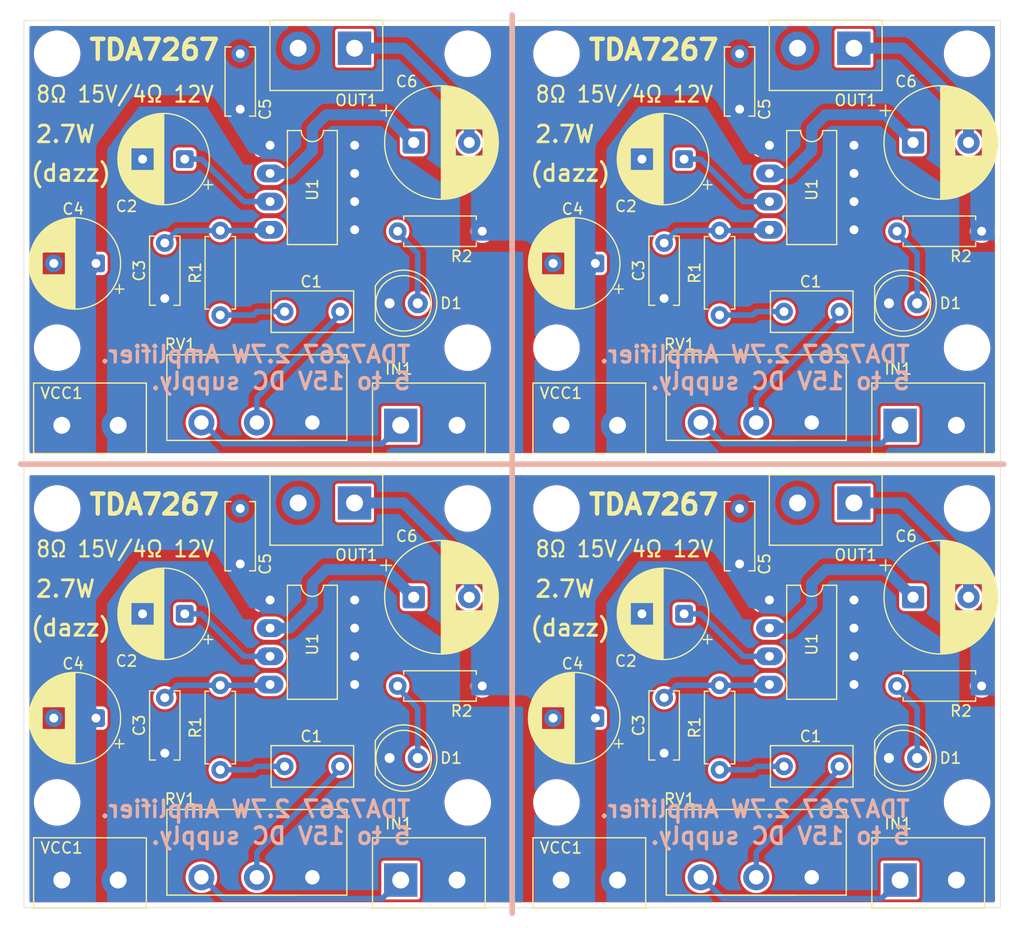
<source format=kicad_pcb>
(kicad_pcb (version 20241229) (generator "pcbnew") (generator_version "9.0")
  (layers (0 "F.Cu" signal) (2 "B.Cu" signal) (13 "F.Paste" user) (15 "B.Paste" user) (5 "F.SilkS" user "F.Silkscreen") (7 "B.SilkS" user "B.Silkscreen") (1 "F.Mask" user) (3 "B.Mask" user) (25 "Edge.Cuts" user))
  (net 0 "")
  (net 1 "Net-(C1-Pad2)")
  (net 2 "Net-(C1-Pad1)")
  (net 3 "GND")
  (net 4 "Net-(U1-SRV)")
  (net 5 "Net-(U1-In)")
  (net 6 "Net-(U1-Out)")
  (net 7 "Net-(OUT1-Pin_1)")
  (net 8 "Net-(D1-A)")
  (net 9 "Net-(IN1-Pin_1)")
  (net 10 "/VCC")
  (footprint "Capacitor_THT:CP_Radial_D8.0mm_P3.80mm" (layer "F.Cu") (at 151.761 109.529 180)
    (property "Reference" "C4" (at 2.05 4.9 0) (layer "F.SilkS"))
    (property "Value" "100uF")
    (pad "1" thru_hole roundrect (at 0 0 180) (size 1.6 1.6) (drill 0.8) (layers "*.Cu" "*.Mask") (roundrect_rratio 0.15625) (net 10 "/VCC"))
    (pad "2" thru_hole circle (at 3.8 0 180) (size 1.6 1.6) (drill 0.8) (layers "*.Cu" "*.Mask") (net 3 "GND"))
  )
  (footprint "MountingHole:MountingHole_2.2mm_M2" (layer "F.Cu") (at 148.261 90.629)
    (property "Reference" "H1" (hide yes))
    (property "Value" "MountingHole")
    (pad "" np_thru_hole circle (at 0 0) (size 2.2 2.2) (drill 2.2) (layers "*.Cu" "*.Mask") (clearance 1))
  )
  (footprint "Capacitor_THT:CP_Radial_D8.0mm_P3.80mm" (layer "F.Cu") (at 114.761 100.129 180)
    (property "Reference" "C2" (at 5.25 -4.25 0) (layer "F.SilkS"))
    (property "Value" "47uF")
    (pad "1" thru_hole roundrect (at 0 0 180) (size 1.6 1.6) (drill 0.8) (layers "*.Cu" "*.Mask") (roundrect_rratio 0.15625) (net 4 "Net-(U1-SRV)"))
    (pad "2" thru_hole circle (at 3.8 0 180) (size 1.6 1.6) (drill 0.8) (layers "*.Cu" "*.Mask") (net 3 "GND"))
  )
  (footprint "TerminalBlock:TerminalBlock_bornier-2_P5.08mm" (layer "F.Cu") (at 148.681 83.129)
    (property "Reference" "VCC1" (at -0.02 -2.9 0) (layer "F.SilkS"))
    (property "Value" "Conn_01x02_Pin")
    (pad "1" thru_hole rect (at 0 0) (size 3 3) (drill 1.52) (layers "*.Cu" "*.Mask") (net 10 "/VCC"))
    (pad "2" thru_hole circle (at 5.08 0) (size 3 3) (drill 1.52) (layers "*.Cu" "*.Mask") (net 3 "GND"))
  )
  (footprint "MountingHole:MountingHole_2.2mm_M2" (layer "F.Cu") (at 185.261 49.629)
    (property "Reference" "H2" (hide yes))
    (property "Value" "MountingHole")
    (pad "" np_thru_hole circle (at 0 0) (size 2.2 2.2) (drill 2.2) (layers "*.Cu" "*.Mask") (clearance 1))
  )
  (footprint "TerminalBlock:TerminalBlock_bornier-2_P5.08mm" (layer "F.Cu") (at 103.681 83.129)
    (property "Reference" "VCC1" (at -0.02 -2.9 0) (layer "F.SilkS"))
    (property "Value" "Conn_01x02_Pin")
    (pad "1" thru_hole rect (at 0 0) (size 3 3) (drill 1.52) (layers "*.Cu" "*.Mask") (net 10 "/VCC"))
    (pad "2" thru_hole circle (at 5.08 0) (size 3 3) (drill 1.52) (layers "*.Cu" "*.Mask") (net 3 "GND"))
  )
  (footprint "MountingHole:MountingHole_2.2mm_M2" (layer "F.Cu") (at 140.261 76.129)
    (property "Reference" "H4" (hide yes))
    (property "Value" "MountingHole")
    (pad "" np_thru_hole circle (at 0 0) (size 2.2 2.2) (drill 2.2) (layers "*.Cu" "*.Mask") (clearance 1))
  )
  (footprint "TerminalBlock:TerminalBlock_bornier-2_P5.08mm" (layer "F.Cu") (at 134.221 124.129)
    (property "Reference" "IN1" (at -0.17 -5.08 0) (layer "F.SilkS"))
    (property "Value" "Conn_01x02_Pin")
    (pad "1" thru_hole rect (at 0 0) (size 3 3) (drill 1.52) (layers "*.Cu" "*.Mask") (net 9 "Net-(IN1-Pin_1)"))
    (pad "2" thru_hole circle (at 5.08 0) (size 3 3) (drill 1.52) (layers "*.Cu" "*.Mask") (net 3 "GND"))
  )
  (footprint "TerminalBlock:TerminalBlock_bornier-2_P5.08mm" (layer "F.Cu") (at 148.681 124.129)
    (property "Reference" "VCC1" (at -0.02 -2.9 0) (layer "F.SilkS"))
    (property "Value" "Conn_01x02_Pin")
    (pad "1" thru_hole rect (at 0 0) (size 3 3) (drill 1.52) (layers "*.Cu" "*.Mask") (net 10 "/VCC"))
    (pad "2" thru_hole circle (at 5.08 0) (size 3 3) (drill 1.52) (layers "*.Cu" "*.Mask") (net 3 "GND"))
  )
  (footprint "MountingHole:MountingHole_2.2mm_M2" (layer "F.Cu") (at 103.261 76.129)
    (property "Reference" "H3" (hide yes))
    (property "Value" "MountingHole")
    (pad "" np_thru_hole circle (at 0 0) (size 2.2 2.2) (drill 2.2) (layers "*.Cu" "*.Mask") (clearance 1))
  )
  (footprint "MountingHole:MountingHole_2.2mm_M2" (layer "F.Cu") (at 148.261 117.129)
    (property "Reference" "H3" (hide yes))
    (property "Value" "MountingHole")
    (pad "" np_thru_hole circle (at 0 0) (size 2.2 2.2) (drill 2.2) (layers "*.Cu" "*.Mask") (clearance 1))
  )
  (footprint "Capacitor_THT:C_Disc_D6.0mm_W2.5mm_P5.00mm" (layer "F.Cu") (at 164.761 90.629 -90)
    (property "Reference" "C5" (at 5 -2.25 270) (layer "F.SilkS"))
    (property "Value" "100nF")
    (pad "1" thru_hole circle (at 0 0 270) (size 1.6 1.6) (drill 0.8) (layers "*.Cu" "*.Mask") (net 3 "GND"))
    (pad "2" thru_hole circle (at 5 0 270) (size 1.6 1.6) (drill 0.8) (layers "*.Cu" "*.Mask") (net 10 "/VCC"))
  )
  (footprint "MountingHole:MountingHole_2.2mm_M2" (layer "F.Cu") (at 140.261 49.629)
    (property "Reference" "H2" (hide yes))
    (property "Value" "MountingHole")
    (pad "" np_thru_hole circle (at 0 0) (size 2.2 2.2) (drill 2.2) (layers "*.Cu" "*.Mask") (clearance 1))
  )
  (footprint "Capacitor_THT:C_Disc_D6.0mm_W2.5mm_P5.00mm" (layer "F.Cu") (at 119.761 90.629 -90)
    (property "Reference" "C5" (at 5 -2.25 270) (layer "F.SilkS"))
    (property "Value" "100nF")
    (pad "1" thru_hole circle (at 0 0 270) (size 1.6 1.6) (drill 0.8) (layers "*.Cu" "*.Mask") (net 3 "GND"))
    (pad "2" thru_hole circle (at 5 0 270) (size 1.6 1.6) (drill 0.8) (layers "*.Cu" "*.Mask") (net 10 "/VCC"))
  )
  (footprint "TerminalBlock:TerminalBlock_bornier-2_P5.08mm" (layer "F.Cu") (at 130.061 90.129 180)
    (property "Reference" "OUT1" (at -0.16 -4.7 0) (layer "F.SilkS"))
    (property "Value" "Conn_01x02_Pin")
    (pad "1" thru_hole rect (at 0 0 180) (size 3 3) (drill 1.52) (layers "*.Cu" "*.Mask") (net 7 "Net-(OUT1-Pin_1)"))
    (pad "2" thru_hole circle (at 5.08 0 180) (size 3 3) (drill 1.52) (layers "*.Cu" "*.Mask") (net 3 "GND"))
  )
  (footprint "Resistor_THT:R_Axial_DIN0207_L6.3mm_D2.5mm_P7.62mm_Horizontal" (layer "F.Cu") (at 117.961 73.189 90)
    (property "Reference" "R1" (at 3.81 -2.25 90) (layer "F.SilkS"))
    (property "Value" "1K")
    (pad "1" thru_hole circle (at 0 0 90) (size 1.6 1.6) (drill 0.8) (layers "*.Cu" "*.Mask") (net 1 "Net-(C1-Pad2)"))
    (pad "2" thru_hole circle (at 7.62 0 90) (size 1.6 1.6) (drill 0.8) (layers "*.Cu" "*.Mask") (net 5 "Net-(U1-In)"))
  )
  (footprint "MountingHole:MountingHole_2.2mm_M2" (layer "F.Cu") (at 185.261 117.129)
    (property "Reference" "H4" (hide yes))
    (property "Value" "MountingHole")
    (pad "" np_thru_hole circle (at 0 0) (size 2.2 2.2) (drill 2.2) (layers "*.Cu" "*.Mask") (clearance 1))
  )
  (footprint "TerminalBlock:TerminalBlock_bornier-2_P5.08mm" (layer "F.Cu") (at 179.221 83.129)
    (property "Reference" "IN1" (at -0.17 -5.08 0) (layer "F.SilkS"))
    (property "Value" "Conn_01x02_Pin")
    (pad "1" thru_hole rect (at 0 0) (size 3 3) (drill 1.52) (layers "*.Cu" "*.Mask") (net 9 "Net-(IN1-Pin_1)"))
    (pad "2" thru_hole circle (at 5.08 0) (size 3 3) (drill 1.52) (layers "*.Cu" "*.Mask") (net 3 "GND"))
  )
  (footprint "Potentiometer_THT:Potentiometer_Piher_T-16H_Single_Horizontal" (layer "F.Cu") (at 116.261 82.879 -90)
    (property "Reference" "RV1" (at -7.05 1.9 0) (layer "F.SilkS"))
    (property "Value" "A10K")
    (pad "1" thru_hole circle (at 0 0 270) (size 2.34 2.34) (drill 1.3) (layers "*.Cu" "*.Mask") (net 9 "Net-(IN1-Pin_1)"))
    (pad "2" thru_hole circle (at 0 -5 270) (size 2.34 2.34) (drill 1.3) (layers "*.Cu" "*.Mask") (net 2 "Net-(C1-Pad1)"))
    (pad "3" thru_hole circle (at 0 -10 270) (size 2.34 2.34) (drill 1.3) (layers "*.Cu" "*.Mask") (net 3 "GND"))
  )
  (footprint "Potentiometer_THT:Potentiometer_Piher_T-16H_Single_Horizontal" (layer "F.Cu") (at 161.261 123.879 -90)
    (property "Reference" "RV1" (at -7.05 1.9 0) (layer "F.SilkS"))
    (property "Value" "A10K")
    (pad "1" thru_hole circle (at 0 0 270) (size 2.34 2.34) (drill 1.3) (layers "*.Cu" "*.Mask") (net 9 "Net-(IN1-Pin_1)"))
    (pad "2" thru_hole circle (at 0 -5 270) (size 2.34 2.34) (drill 1.3) (layers "*.Cu" "*.Mask") (net 2 "Net-(C1-Pad1)"))
    (pad "3" thru_hole circle (at 0 -10 270) (size 2.34 2.34) (drill 1.3) (layers "*.Cu" "*.Mask") (net 3 "GND"))
  )
  (footprint "Resistor_THT:R_Axial_DIN0207_L6.3mm_D2.5mm_P7.62mm_Horizontal" (layer "F.Cu") (at 162.961 73.189 90)
    (property "Reference" "R1" (at 3.81 -2.25 90) (layer "F.SilkS"))
    (property "Value" "1K")
    (pad "1" thru_hole circle (at 0 0 90) (size 1.6 1.6) (drill 0.8) (layers "*.Cu" "*.Mask") (net 1 "Net-(C1-Pad2)"))
    (pad "2" thru_hole circle (at 7.62 0 90) (size 1.6 1.6) (drill 0.8) (layers "*.Cu" "*.Mask") (net 5 "Net-(U1-In)"))
  )
  (footprint "Capacitor_THT:C_Rect_L7.2mm_W3.5mm_P5.00mm_FKS2_FKP2_MKS2_MKP2" (layer "F.Cu") (at 128.761 72.879 180)
    (property "Reference" "C1" (at 2.6 2.7 180) (layer "F.SilkS"))
    (property "Value" "1uF")
    (pad "1" thru_hole circle (at 0 0 180) (size 1.6 1.6) (drill 0.8) (layers "*.Cu" "*.Mask") (net 2 "Net-(C1-Pad1)"))
    (pad "2" thru_hole circle (at 5 0 180) (size 1.6 1.6) (drill 0.8) (layers "*.Cu" "*.Mask") (net 1 "Net-(C1-Pad2)"))
  )
  (footprint "TerminalBlock:TerminalBlock_bornier-2_P5.08mm" (layer "F.Cu") (at 175.061 49.129 180)
    (property "Reference" "OUT1" (at -0.16 -4.7 0) (layer "F.SilkS"))
    (property "Value" "Conn_01x02_Pin")
    (pad "1" thru_hole rect (at 0 0 180) (size 3 3) (drill 1.52) (layers "*.Cu" "*.Mask") (net 7 "Net-(OUT1-Pin_1)"))
    (pad "2" thru_hole circle (at 5.08 0 180) (size 3 3) (drill 1.52) (layers "*.Cu" "*.Mask") (net 3 "GND"))
  )
  (footprint "Capacitor_THT:C_Disc_D6.0mm_W2.5mm_P5.00mm" (layer "F.Cu") (at 164.761 49.629 -90)
    (property "Reference" "C5" (at 5 -2.25 270) (layer "F.SilkS"))
    (property "Value" "100nF")
    (pad "1" thru_hole circle (at 0 0 270) (size 1.6 1.6) (drill 0.8) (layers "*.Cu" "*.Mask") (net 3 "GND"))
    (pad "2" thru_hole circle (at 5 0 270) (size 1.6 1.6) (drill 0.8) (layers "*.Cu" "*.Mask") (net 10 "/VCC"))
  )
  (footprint "Capacitor_THT:CP_Radial_D8.0mm_P3.80mm" (layer "F.Cu") (at 159.761 100.129 180)
    (property "Reference" "C2" (at 5.25 -4.25 0) (layer "F.SilkS"))
    (property "Value" "47uF")
    (pad "1" thru_hole roundrect (at 0 0 180) (size 1.6 1.6) (drill 0.8) (layers "*.Cu" "*.Mask") (roundrect_rratio 0.15625) (net 4 "Net-(U1-SRV)"))
    (pad "2" thru_hole circle (at 3.8 0 180) (size 1.6 1.6) (drill 0.8) (layers "*.Cu" "*.Mask") (net 3 "GND"))
  )
  (footprint "MountingHole:MountingHole_2.2mm_M2" (layer "F.Cu") (at 148.261 49.629)
    (property "Reference" "H1" (hide yes))
    (property "Value" "MountingHole")
    (pad "" np_thru_hole circle (at 0 0) (size 2.2 2.2) (drill 2.2) (layers "*.Cu" "*.Mask") (clearance 1))
  )
  (footprint "MountingHole:MountingHole_2.2mm_M2" (layer "F.Cu") (at 103.261 49.629)
    (property "Reference" "H1" (hide yes))
    (property "Value" "MountingHole")
    (pad "" np_thru_hole circle (at 0 0) (size 2.2 2.2) (drill 2.2) (layers "*.Cu" "*.Mask") (clearance 1))
  )
  (footprint "Capacitor_THT:CP_Radial_D10.0mm_P5.00mm" (layer "F.Cu") (at 180.393323 98.629)
    (property "Reference" "C6" (at -0.632323 -5.5 0) (layer "F.SilkS"))
    (property "Value" "1000uF")
    (pad "1" thru_hole roundrect (at 0 0) (size 2 2) (drill 1) (layers "*.Cu" "*.Mask") (roundrect_rratio 0.125) (net 6 "Net-(U1-Out)"))
    (pad "2" thru_hole circle (at 5 0) (size 2 2) (drill 1) (layers "*.Cu" "*.Mask") (net 7 "Net-(OUT1-Pin_1)"))
  )
  (footprint "Package_DIP:DIP-8_W7.62mm_LongPads" (layer "F.Cu") (at 167.451 57.879)
    (property "Reference" "U1" (at 3.81 4 90) (layer "F.SilkS"))
    (property "Value" "TDA7267")
    (pad "1" thru_hole roundrect (at 0 0) (size 2.4 1.6) (drill 0.8) (layers "*.Cu" "*.Mask") (roundrect_rratio 0.15625) (net 10 "/VCC"))
    (pad "2" thru_hole oval (at 0 2.54) (size 2.4 1.6) (drill 0.8) (layers "*.Cu" "*.Mask") (net 6 "Net-(U1-Out)"))
    (pad "3" thru_hole oval (at 0 5.08) (size 2.4 1.6) (drill 0.8) (layers "*.Cu" "*.Mask") (net 4 "Net-(U1-SRV)"))
    (pad "4" thru_hole oval (at 0 7.62) (size 2.4 1.6) (drill 0.8) (layers "*.Cu" "*.Mask") (net 5 "Net-(U1-In)"))
    (pad "5" thru_hole oval (at 7.62 7.62) (size 2.4 1.6) (drill 0.8) (layers "*.Cu" "*.Mask") (net 3 "GND"))
    (pad "6" thru_hole oval (at 7.62 5.08) (size 2.4 1.6) (drill 0.8) (layers "*.Cu" "*.Mask") (net 3 "GND"))
    (pad "7" thru_hole oval (at 7.62 2.54) (size 2.4 1.6) (drill 0.8) (layers "*.Cu" "*.Mask") (net 3 "GND"))
    (pad "8" thru_hole oval (at 7.62 0) (size 2.4 1.6) (drill 0.8) (layers "*.Cu" "*.Mask") (net 3 "GND"))
  )
  (footprint "Capacitor_THT:CP_Radial_D8.0mm_P3.80mm" (layer "F.Cu") (at 114.761 59.129 180)
    (property "Reference" "C2" (at 5.25 -4.25 0) (layer "F.SilkS"))
    (property "Value" "47uF")
    (pad "1" thru_hole roundrect (at 0 0 180) (size 1.6 1.6) (drill 0.8) (layers "*.Cu" "*.Mask") (roundrect_rratio 0.15625) (net 4 "Net-(U1-SRV)"))
    (pad "2" thru_hole circle (at 3.8 0 180) (size 1.6 1.6) (drill 0.8) (layers "*.Cu" "*.Mask") (net 3 "GND"))
  )
  (footprint "MountingHole:MountingHole_2.2mm_M2" (layer "F.Cu") (at 140.261 90.629)
    (property "Reference" "H2" (hide yes))
    (property "Value" "MountingHole")
    (pad "" np_thru_hole circle (at 0 0) (size 2.2 2.2) (drill 2.2) (layers "*.Cu" "*.Mask") (clearance 1))
  )
  (footprint "LED_THT:LED_D5.0mm" (layer "F.Cu") (at 133.221 113.129)
    (property "Reference" "D1" (at 5.54 0 0) (layer "F.SilkS"))
    (property "Value" "LED")
    (pad "1" thru_hole rect (at 0 0) (size 1.8 1.8) (drill 0.9) (layers "*.Cu" "*.Mask") (net 3 "GND"))
    (pad "2" thru_hole circle (at 2.54 0) (size 1.8 1.8) (drill 0.9) (layers "*.Cu" "*.Mask") (net 8 "Net-(D1-A)"))
  )
  (footprint "Capacitor_THT:CP_Radial_D8.0mm_P3.80mm" (layer "F.Cu") (at 159.761 59.129 180)
    (property "Reference" "C2" (at 5.25 -4.25 0) (layer "F.SilkS"))
    (property "Value" "47uF")
    (pad "1" thru_hole roundrect (at 0 0 180) (size 1.6 1.6) (drill 0.8) (layers "*.Cu" "*.Mask") (roundrect_rratio 0.15625) (net 4 "Net-(U1-SRV)"))
    (pad "2" thru_hole circle (at 3.8 0 180) (size 1.6 1.6) (drill 0.8) (layers "*.Cu" "*.Mask") (net 3 "GND"))
  )
  (footprint "Capacitor_THT:CP_Radial_D8.0mm_P3.80mm" (layer "F.Cu") (at 106.761 68.529 180)
    (property "Reference" "C4" (at 2.05 4.9 0) (layer "F.SilkS"))
    (property "Value" "100uF")
    (pad "1" thru_hole roundrect (at 0 0 180) (size 1.6 1.6) (drill 0.8) (layers "*.Cu" "*.Mask") (roundrect_rratio 0.15625) (net 10 "/VCC"))
    (pad "2" thru_hole circle (at 3.8 0 180) (size 1.6 1.6) (drill 0.8) (layers "*.Cu" "*.Mask") (net 3 "GND"))
  )
  (footprint "TerminalBlock:TerminalBlock_bornier-2_P5.08mm" (layer "F.Cu") (at 134.221 83.129)
    (property "Reference" "IN1" (at -0.17 -5.08 0) (layer "F.SilkS"))
    (property "Value" "Conn_01x02_Pin")
    (pad "1" thru_hole rect (at 0 0) (size 3 3) (drill 1.52) (layers "*.Cu" "*.Mask") (net 9 "Net-(IN1-Pin_1)"))
    (pad "2" thru_hole circle (at 5.08 0) (size 3 3) (drill 1.52) (layers "*.Cu" "*.Mask") (net 3 "GND"))
  )
  (footprint "Capacitor_THT:CP_Radial_D10.0mm_P5.00mm" (layer "F.Cu") (at 180.393323 57.629)
    (property "Reference" "C6" (at -0.632323 -5.5 0) (layer "F.SilkS"))
    (property "Value" "1000uF")
    (pad "1" thru_hole roundrect (at 0 0) (size 2 2) (drill 1) (layers "*.Cu" "*.Mask") (roundrect_rratio 0.125) (net 6 "Net-(U1-Out)"))
    (pad "2" thru_hole circle (at 5 0) (size 2 2) (drill 1) (layers "*.Cu" "*.Mask") (net 7 "Net-(OUT1-Pin_1)"))
  )
  (footprint "Capacitor_THT:C_Disc_D6.0mm_W2.5mm_P5.00mm" (layer "F.Cu") (at 119.761 49.629 -90)
    (property "Reference" "C5" (at 5 -2.25 270) (layer "F.SilkS"))
    (property "Value" "100nF")
    (pad "1" thru_hole circle (at 0 0 270) (size 1.6 1.6) (drill 0.8) (layers "*.Cu" "*.Mask") (net 3 "GND"))
    (pad "2" thru_hole circle (at 5 0 270) (size 1.6 1.6) (drill 0.8) (layers "*.Cu" "*.Mask") (net 10 "/VCC"))
  )
  (footprint "Resistor_THT:R_Axial_DIN0207_L6.3mm_D2.5mm_P7.62mm_Horizontal" (layer "F.Cu") (at 178.951 65.629)
    (property "Reference" "R2" (at 5.7621 2.258863 0) (layer "F.SilkS"))
    (property "Value" "1K")
    (pad "1" thru_hole circle (at 0 0) (size 1.6 1.6) (drill 0.8) (layers "*.Cu" "*.Mask") (net 8 "Net-(D1-A)"))
    (pad "2" thru_hole circle (at 7.62 0) (size 1.6 1.6) (drill 0.8) (layers "*.Cu" "*.Mask") (net 10 "/VCC"))
  )
  (footprint "Capacitor_THT:C_Rect_L7.2mm_W3.5mm_P5.00mm_FKS2_FKP2_MKS2_MKP2" (layer "F.Cu") (at 173.761 113.879 180)
    (property "Reference" "C1" (at 2.6 2.7 180) (layer "F.SilkS"))
    (property "Value" "1uF")
    (pad "1" thru_hole circle (at 0 0 180) (size 1.6 1.6) (drill 0.8) (layers "*.Cu" "*.Mask") (net 2 "Net-(C1-Pad1)"))
    (pad "2" thru_hole circle (at 5 0 180) (size 1.6 1.6) (drill 0.8) (layers "*.Cu" "*.Mask") (net 1 "Net-(C1-Pad2)"))
  )
  (footprint "Capacitor_THT:C_Disc_D6.0mm_W2.5mm_P5.00mm" (layer "F.Cu") (at 112.961 112.689 90)
    (property "Reference" "C3" (at 2.5 -2.3 90) (layer "F.SilkS"))
    (property "Value" "470pF")
    (pad "1" thru_hole circle (at 0 0 90) (size 1.6 1.6) (drill 0.8) (layers "*.Cu" "*.Mask") (net 3 "GND"))
    (pad "2" thru_hole circle (at 5 0 90) (size 1.6 1.6) (drill 0.8) (layers "*.Cu" "*.Mask") (net 5 "Net-(U1-In)"))
  )
  (footprint "Resistor_THT:R_Axial_DIN0207_L6.3mm_D2.5mm_P7.62mm_Horizontal" (layer "F.Cu") (at 178.951 106.629)
    (property "Reference" "R2" (at 5.7621 2.258863 0) (layer "F.SilkS"))
    (property "Value" "1K")
    (pad "1" thru_hole circle (at 0 0) (size 1.6 1.6) (drill 0.8) (layers "*.Cu" "*.Mask") (net 8 "Net-(D1-A)"))
    (pad "2" thru_hole circle (at 7.62 0) (size 1.6 1.6) (drill 0.8) (layers "*.Cu" "*.Mask") (net 10 "/VCC"))
  )
  (footprint "Resistor_THT:R_Axial_DIN0207_L6.3mm_D2.5mm_P7.62mm_Horizontal" (layer "F.Cu") (at 117.961 114.189 90)
    (property "Reference" "R1" (at 3.81 -2.25 90) (layer "F.SilkS"))
    (property "Value" "1K")
    (pad "1" thru_hole circle (at 0 0 90) (size 1.6 1.6) (drill 0.8) (layers "*.Cu" "*.Mask") (net 1 "Net-(C1-Pad2)"))
    (pad "2" thru_hole circle (at 7.62 0 90) (size 1.6 1.6) (drill 0.8) (layers "*.Cu" "*.Mask") (net 5 "Net-(U1-In)"))
  )
  (footprint "TerminalBlock:TerminalBlock_bornier-2_P5.08mm" (layer "F.Cu") (at 130.061 49.129 180)
    (property "Reference" "OUT1" (at -0.16 -4.7 0) (layer "F.SilkS"))
    (property "Value" "Conn_01x02_Pin")
    (pad "1" thru_hole rect (at 0 0 180) (size 3 3) (drill 1.52) (layers "*.Cu" "*.Mask") (net 7 "Net-(OUT1-Pin_1)"))
    (pad "2" thru_hole circle (at 5.08 0 180) (size 3 3) (drill 1.52) (layers "*.Cu" "*.Mask") (net 3 "GND"))
  )
  (footprint "LED_THT:LED_D5.0mm" (layer "F.Cu") (at 178.221 72.129)
    (property "Reference" "D1" (at 5.54 0 0) (layer "F.SilkS"))
    (property "Value" "LED")
    (pad "1" thru_hole rect (at 0 0) (size 1.8 1.8) (drill 0.9) (layers "*.Cu" "*.Mask") (net 3 "GND"))
    (pad "2" thru_hole circle (at 2.54 0) (size 1.8 1.8) (drill 0.9) (layers "*.Cu" "*.Mask") (net 8 "Net-(D1-A)"))
  )
  (footprint "Capacitor_THT:C_Disc_D6.0mm_W2.5mm_P5.00mm" (layer "F.Cu") (at 112.961 71.689 90)
    (property "Reference" "C3" (at 2.5 -2.3 90) (layer "F.SilkS"))
    (property "Value" "470pF")
    (pad "1" thru_hole circle (at 0 0 90) (size 1.6 1.6) (drill 0.8) (layers "*.Cu" "*.Mask") (net 3 "GND"))
    (pad "2" thru_hole circle (at 5 0 90) (size 1.6 1.6) (drill 0.8) (layers "*.Cu" "*.Mask") (net 5 "Net-(U1-In)"))
  )
  (footprint "Capacitor_THT:CP_Radial_D8.0mm_P3.80mm" (layer "F.Cu") (at 151.761 68.529 180)
    (property "Reference" "C4" (at 2.05 4.9 0) (layer "F.SilkS"))
    (property "Value" "100uF")
    (pad "1" thru_hole roundrect (at 0 0 180) (size 1.6 1.6) (drill 0.8) (layers "*.Cu" "*.Mask") (roundrect_rratio 0.15625) (net 10 "/VCC"))
    (pad "2" thru_hole circle (at 3.8 0 180) (size 1.6 1.6) (drill 0.8) (layers "*.Cu" "*.Mask") (net 3 "GND"))
  )
  (footprint "MountingHole:MountingHole_2.2mm_M2" (layer "F.Cu") (at 185.261 90.629)
    (property "Reference" "H2" (hide yes))
    (property "Value" "MountingHole")
    (pad "" np_thru_hole circle (at 0 0) (size 2.2 2.2) (drill 2.2) (layers "*.Cu" "*.Mask") (clearance 1))
  )
  (footprint "Resistor_THT:R_Axial_DIN0207_L6.3mm_D2.5mm_P7.62mm_Horizontal" (layer "F.Cu") (at 162.961 114.189 90)
    (property "Reference" "R1" (at 3.81 -2.25 90) (layer "F.SilkS"))
    (property "Value" "1K")
    (pad "1" thru_hole circle (at 0 0 90) (size 1.6 1.6) (drill 0.8) (layers "*.Cu" "*.Mask") (net 1 "Net-(C1-Pad2)"))
    (pad "2" thru_hole circle (at 7.62 0 90) (size 1.6 1.6) (drill 0.8) (layers "*.Cu" "*.Mask") (net 5 "Net-(U1-In)"))
  )
  (footprint "Package_DIP:DIP-8_W7.62mm_LongPads" (layer "F.Cu") (at 122.451 57.879)
    (property "Reference" "U1" (at 3.81 4 90) (layer "F.SilkS"))
    (property "Value" "TDA7267")
    (pad "1" thru_hole roundrect (at 0 0) (size 2.4 1.6) (drill 0.8) (layers "*.Cu" "*.Mask") (roundrect_rratio 0.15625) (net 10 "/VCC"))
    (pad "2" thru_hole oval (at 0 2.54) (size 2.4 1.6) (drill 0.8) (layers "*.Cu" "*.Mask") (net 6 "Net-(U1-Out)"))
    (pad "3" thru_hole oval (at 0 5.08) (size 2.4 1.6) (drill 0.8) (layers "*.Cu" "*.Mask") (net 4 "Net-(U1-SRV)"))
    (pad "4" thru_hole oval (at 0 7.62) (size 2.4 1.6) (drill 0.8) (layers "*.Cu" "*.Mask") (net 5 "Net-(U1-In)"))
    (pad "5" thru_hole oval (at 7.62 7.62) (size 2.4 1.6) (drill 0.8) (layers "*.Cu" "*.Mask") (net 3 "GND"))
    (pad "6" thru_hole oval (at 7.62 5.08) (size 2.4 1.6) (drill 0.8) (layers "*.Cu" "*.Mask") (net 3 "GND"))
    (pad "7" thru_hole oval (at 7.62 2.54) (size 2.4 1.6) (drill 0.8) (layers "*.Cu" "*.Mask") (net 3 "GND"))
    (pad "8" thru_hole oval (at 7.62 0) (size 2.4 1.6) (drill 0.8) (layers "*.Cu" "*.Mask") (net 3 "GND"))
  )
  (footprint "Package_DIP:DIP-8_W7.62mm_LongPads" (layer "F.Cu") (at 122.451 98.879)
    (property "Reference" "U1" (at 3.81 4 90) (layer "F.SilkS"))
    (property "Value" "TDA7267")
    (pad "1" thru_hole roundrect (at 0 0) (size 2.4 1.6) (drill 0.8) (layers "*.Cu" "*.Mask") (roundrect_rratio 0.15625) (net 10 "/VCC"))
    (pad "2" thru_hole oval (at 0 2.54) (size 2.4 1.6) (drill 0.8) (layers "*.Cu" "*.Mask") (net 6 "Net-(U1-Out)"))
    (pad "3" thru_hole oval (at 0 5.08) (size 2.4 1.6) (drill 0.8) (layers "*.Cu" "*.Mask") (net 4 "Net-(U1-SRV)"))
    (pad "4" thru_hole oval (at 0 7.62) (size 2.4 1.6) (drill 0.8) (layers "*.Cu" "*.Mask") (net 5 "Net-(U1-In)"))
    (pad "5" thru_hole oval (at 7.62 7.62) (size 2.4 1.6) (drill 0.8) (layers "*.Cu" "*.Mask") (net 3 "GND"))
    (pad "6" thru_hole oval (at 7.62 5.08) (size 2.4 1.6) (drill 0.8) (layers "*.Cu" "*.Mask") (net 3 "GND"))
    (pad "7" thru_hole oval (at 7.62 2.54) (size 2.4 1.6) (drill 0.8) (layers "*.Cu" "*.Mask") (net 3 "GND"))
    (pad "8" thru_hole oval (at 7.62 0) (size 2.4 1.6) (drill 0.8) (layers "*.Cu" "*.Mask") (net 3 "GND"))
  )
  (footprint "LED_THT:LED_D5.0mm" (layer "F.Cu") (at 133.221 72.129)
    (property "Reference" "D1" (at 5.54 0 0) (layer "F.SilkS"))
    (property "Value" "LED")
    (pad "1" thru_hole rect (at 0 0) (size 1.8 1.8) (drill 0.9) (layers "*.Cu" "*.Mask") (net 3 "GND"))
    (pad "2" thru_hole circle (at 2.54 0) (size 1.8 1.8) (drill 0.9) (layers "*.Cu" "*.Mask") (net 8 "Net-(D1-A)"))
  )
  (footprint "Capacitor_THT:C_Disc_D6.0mm_W2.5mm_P5.00mm" (layer "F.Cu") (at 157.961 71.689 90)
    (property "Reference" "C3" (at 2.5 -2.3 90) (layer "F.SilkS"))
    (property "Value" "470pF")
    (pad "1" thru_hole circle (at 0 0 90) (size 1.6 1.6) (drill 0.8) (layers "*.Cu" "*.Mask") (net 3 "GND"))
    (pad "2" thru_hole circle (at 5 0 90) (size 1.6 1.6) (drill 0.8) (layers "*.Cu" "*.Mask") (net 5 "Net-(U1-In)"))
  )
  (footprint "TerminalBlock:TerminalBlock_bornier-2_P5.08mm" (layer "F.Cu") (at 175.061 90.129 180)
    (property "Reference" "OUT1" (at -0.16 -4.7 0) (layer "F.SilkS"))
    (property "Value" "Conn_01x02_Pin")
    (pad "1" thru_hole rect (at 0 0 180) (size 3 3) (drill 1.52) (layers "*.Cu" "*.Mask") (net 7 "Net-(OUT1-Pin_1)"))
    (pad "2" thru_hole circle (at 5.08 0 180) (size 3 3) (drill 1.52) (layers "*.Cu" "*.Mask") (net 3 "GND"))
  )
  (footprint "Capacitor_THT:C_Disc_D6.0mm_W2.5mm_P5.00mm" (layer "F.Cu") (at 157.961 112.689 90)
    (property "Reference" "C3" (at 2.5 -2.3 90) (layer "F.SilkS"))
    (property "Value" "470pF")
    (pad "1" thru_hole circle (at 0 0 90) (size 1.6 1.6) (drill 0.8) (layers "*.Cu" "*.Mask") (net 3 "GND"))
    (pad "2" thru_hole circle (at 5 0 90) (size 1.6 1.6) (drill 0.8) (layers "*.Cu" "*.Mask") (net 5 "Net-(U1-In)"))
  )
  (footprint "TerminalBlock:TerminalBlock_bornier-2_P5.08mm" (layer "F.Cu") (at 103.681 124.129)
    (property "Reference" "VCC1" (at -0.02 -2.9 0) (layer "F.SilkS"))
    (property "Value" "Conn_01x02_Pin")
    (pad "1" thru_hole rect (at 0 0) (size 3 3) (drill 1.52) (layers "*.Cu" "*.Mask") (net 10 "/VCC"))
    (pad "2" thru_hole circle (at 5.08 0) (size 3 3) (drill 1.52) (layers "*.Cu" "*.Mask") (net 3 "GND"))
  )
  (footprint "Resistor_THT:R_Axial_DIN0207_L6.3mm_D2.5mm_P7.62mm_Horizontal" (layer "F.Cu") (at 133.951 65.629)
    (property "Reference" "R2" (at 5.7621 2.258863 0) (layer "F.SilkS"))
    (property "Value" "1K")
    (pad "1" thru_hole circle (at 0 0) (size 1.6 1.6) (drill 0.8) (layers "*.Cu" "*.Mask") (net 8 "Net-(D1-A)"))
    (pad "2" thru_hole circle (at 7.62 0) (size 1.6 1.6) (drill 0.8) (layers "*.Cu" "*.Mask") (net 10 "/VCC"))
  )
  (footprint "Potentiometer_THT:Potentiometer_Piher_T-16H_Single_Horizontal" (layer "F.Cu") (at 116.261 123.879 -90)
    (property "Reference" "RV1" (at -7.05 1.9 0) (layer "F.SilkS"))
    (property "Value" "A10K")
    (pad "1" thru_hole circle (at 0 0 270) (size 2.34 2.34) (drill 1.3) (layers "*.Cu" "*.Mask") (net 9 "Net-(IN1-Pin_1)"))
    (pad "2" thru_hole circle (at 0 -5 270) (size 2.34 2.34) (drill 1.3) (layers "*.Cu" "*.Mask") (net 2 "Net-(C1-Pad1)"))
    (pad "3" thru_hole circle (at 0 -10 270) (size 2.34 2.34) (drill 1.3) (layers "*.Cu" "*.Mask") (net 3 "GND"))
  )
  (footprint "TerminalBlock:TerminalBlock_bornier-2_P5.08mm" (layer "F.Cu") (at 179.221 124.129)
    (property "Reference" "IN1" (at -0.17 -5.08 0) (layer "F.SilkS"))
    (property "Value" "Conn_01x02_Pin")
    (pad "1" thru_hole rect (at 0 0) (size 3 3) (drill 1.52) (layers "*.Cu" "*.Mask") (net 9 "Net-(IN1-Pin_1)"))
    (pad "2" thru_hole circle (at 5.08 0) (size 3 3) (drill 1.52) (layers "*.Cu" "*.Mask") (net 3 "GND"))
  )
  (footprint "Capacitor_THT:CP_Radial_D8.0mm_P3.80mm" (layer "F.Cu") (at 106.761 109.529 180)
    (property "Reference" "C4" (at 2.05 4.9 0) (layer "F.SilkS"))
    (property "Value" "100uF")
    (pad "1" thru_hole roundrect (at 0 0 180) (size 1.6 1.6) (drill 0.8) (layers "*.Cu" "*.Mask") (roundrect_rratio 0.15625) (net 10 "/VCC"))
    (pad "2" thru_hole circle (at 3.8 0 180) (size 1.6 1.6) (drill 0.8) (layers "*.Cu" "*.Mask") (net 3 "GND"))
  )
  (footprint "Capacitor_THT:CP_Radial_D10.0mm_P5.00mm" (layer "F.Cu") (at 135.393323 98.629)
    (property "Reference" "C6" (at -0.632323 -5.5 0) (layer "F.SilkS"))
    (property "Value" "1000uF")
    (pad "1" thru_hole roundrect (at 0 0) (size 2 2) (drill 1) (layers "*.Cu" "*.Mask") (roundrect_rratio 0.125) (net 6 "Net-(U1-Out)"))
    (pad "2" thru_hole circle (at 5 0) (size 2 2) (drill 1) (layers "*.Cu" "*.Mask") (net 7 "Net-(OUT1-Pin_1)"))
  )
  (footprint "MountingHole:MountingHole_2.2mm_M2" (layer "F.Cu") (at 140.261 117.129)
    (property "Reference" "H4" (hide yes))
    (property "Value" "MountingHole")
    (pad "" np_thru_hole circle (at 0 0) (size 2.2 2.2) (drill 2.2) (layers "*.Cu" "*.Mask") (clearance 1))
  )
  (footprint "Package_DIP:DIP-8_W7.62mm_LongPads" (layer "F.Cu") (at 167.451 98.879)
    (property "Reference" "U1" (at 3.81 4 90) (layer "F.SilkS"))
    (property "Value" "TDA7267")
    (pad "1" thru_hole roundrect (at 0 0) (size 2.4 1.6) (drill 0.8) (layers "*.Cu" "*.Mask") (roundrect_rratio 0.15625) (net 10 "/VCC"))
    (pad "2" thru_hole oval (at 0 2.54) (size 2.4 1.6) (drill 0.8) (layers "*.Cu" "*.Mask") (net 6 "Net-(U1-Out)"))
    (pad "3" thru_hole oval (at 0 5.08) (size 2.4 1.6) (drill 0.8) (layers "*.Cu" "*.Mask") (net 4 "Net-(U1-SRV)"))
    (pad "4" thru_hole oval (at 0 7.62) (size 2.4 1.6) (drill 0.8) (layers "*.Cu" "*.Mask") (net 5 "Net-(U1-In)"))
    (pad "5" thru_hole oval (at 7.62 7.62) (size 2.4 1.6) (drill 0.8) (layers "*.Cu" "*.Mask") (net 3 "GND"))
    (pad "6" thru_hole oval (at 7.62 5.08) (size 2.4 1.6) (drill 0.8) (layers "*.Cu" "*.Mask") (net 3 "GND"))
    (pad "7" thru_hole oval (at 7.62 2.54) (size 2.4 1.6) (drill 0.8) (layers "*.Cu" "*.Mask") (net 3 "GND"))
    (pad "8" thru_hole oval (at 7.62 0) (size 2.4 1.6) (drill 0.8) (layers "*.Cu" "*.Mask") (net 3 "GND"))
  )
  (footprint "Capacitor_THT:C_Rect_L7.2mm_W3.5mm_P5.00mm_FKS2_FKP2_MKS2_MKP2" (layer "F.Cu") (at 173.761 72.879 180)
    (property "Reference" "C1" (at 2.6 2.7 180) (layer "F.SilkS"))
    (property "Value" "1uF")
    (pad "1" thru_hole circle (at 0 0 180) (size 1.6 1.6) (drill 0.8) (layers "*.Cu" "*.Mask") (net 2 "Net-(C1-Pad1)"))
    (pad "2" thru_hole circle (at 5 0 180) (size 1.6 1.6) (drill 0.8) (layers "*.Cu" "*.Mask") (net 1 "Net-(C1-Pad2)"))
  )
  (footprint "MountingHole:MountingHole_2.2mm_M2" (layer "F.Cu") (at 103.261 90.629)
    (property "Reference" "H1" (hide yes))
    (property "Value" "MountingHole")
    (pad "" np_thru_hole circle (at 0 0) (size 2.2 2.2) (drill 2.2) (layers "*.Cu" "*.Mask") (clearance 1))
  )
  (footprint "Capacitor_THT:CP_Radial_D10.0mm_P5.00mm" (layer "F.Cu") (at 135.393323 57.629)
    (property "Reference" "C6" (at -0.632323 -5.5 0) (layer "F.SilkS"))
    (property "Value" "1000uF")
    (pad "1" thru_hole roundrect (at 0 0) (size 2 2) (drill 1) (layers "*.Cu" "*.Mask") (roundrect_rratio 0.125) (net 6 "Net-(U1-Out)"))
    (pad "2" thru_hole circle (at 5 0) (size 2 2) (drill 1) (layers "*.Cu" "*.Mask") (net 7 "Net-(OUT1-Pin_1)"))
  )
  (footprint "MountingHole:MountingHole_2.2mm_M2" (layer "F.Cu") (at 103.261 117.129)
    (property "Reference" "H3" (hide yes))
    (property "Value" "MountingHole")
    (pad "" np_thru_hole circle (at 0 0) (size 2.2 2.2) (drill 2.2) (layers "*.Cu" "*.Mask") (clearance 1))
  )
  (footprint "Resistor_THT:R_Axial_DIN0207_L6.3mm_D2.5mm_P7.62mm_Horizontal" (layer "F.Cu") (at 133.951 106.629)
    (property "Reference" "R2" (at 5.7621 2.258863 0) (layer "F.SilkS"))
    (property "Value" "1K")
    (pad "1" thru_hole circle (at 0 0) (size 1.6 1.6) (drill 0.8) (layers "*.Cu" "*.Mask") (net 8 "Net-(D1-A)"))
    (pad "2" thru_hole circle (at 7.62 0) (size 1.6 1.6) (drill 0.8) (layers "*.Cu" "*.Mask") (net 10 "/VCC"))
  )
  (footprint "MountingHole:MountingHole_2.2mm_M2" (layer "F.Cu") (at 148.261 76.129)
    (property "Reference" "H3" (hide yes))
    (property "Value" "MountingHole")
    (pad "" np_thru_hole circle (at 0 0) (size 2.2 2.2) (drill 2.2) (layers "*.Cu" "*.Mask") (clearance 1))
  )
  (footprint "LED_THT:LED_D5.0mm" (layer "F.Cu") (at 178.221 113.129)
    (property "Reference" "D1" (at 5.54 0 0) (layer "F.SilkS"))
    (property "Value" "LED")
    (pad "1" thru_hole rect (at 0 0) (size 1.8 1.8) (drill 0.9) (layers "*.Cu" "*.Mask") (net 3 "GND"))
    (pad "2" thru_hole circle (at 2.54 0) (size 1.8 1.8) (drill 0.9) (layers "*.Cu" "*.Mask") (net 8 "Net-(D1-A)"))
  )
  (footprint "Capacitor_THT:C_Rect_L7.2mm_W3.5mm_P5.00mm_FKS2_FKP2_MKS2_MKP2" (layer "F.Cu") (at 128.761 113.879 180)
    (property "Reference" "C1" (at 2.6 2.7 180) (layer "F.SilkS"))
    (property "Value" "1uF")
    (pad "1" thru_hole circle (at 0 0 180) (size 1.6 1.6) (drill 0.8) (layers "*.Cu" "*.Mask") (net 2 "Net-(C1-Pad1)"))
    (pad "2" thru_hole circle (at 5 0 180) (size 1.6 1.6) (drill 0.8) (layers "*.Cu" "*.Mask") (net 1 "Net-(C1-Pad2)"))
  )
  (footprint "MountingHole:MountingHole_2.2mm_M2" (layer "F.Cu") (at 185.261 76.129)
    (property "Reference" "H4" (hide yes))
    (property "Value" "MountingHole")
    (pad "" np_thru_hole circle (at 0 0) (size 2.2 2.2) (drill 2.2) (layers "*.Cu" "*.Mask") (clearance 1))
  )
  (footprint "Potentiometer_THT:Potentiometer_Piher_T-16H_Single_Horizontal" (layer "F.Cu") (at 161.261 82.879 -90)
    (property "Reference" "RV1" (at -7.05 1.9 0) (layer "F.SilkS"))
    (property "Value" "A10K")
    (pad "1" thru_hole circle (at 0 0 270) (size 2.34 2.34) (drill 1.3) (layers "*.Cu" "*.Mask") (net 9 "Net-(IN1-Pin_1)"))
    (pad "2" thru_hole circle (at 0 -5 270) (size 2.34 2.34) (drill 1.3) (layers "*.Cu" "*.Mask") (net 2 "Net-(C1-Pad1)"))
    (pad "3" thru_hole circle (at 0 -10 270) (size 2.34 2.34) (drill 1.3) (layers "*.Cu" "*.Mask") (net 3 "GND"))
  )
  (gr_line (start 99.966948 86.629) (end 188.566948 86.629) (stroke (width 0.5)) (layer "F.SilkS"))
  (gr_line (start 144.266948 46.129) (end 144.266948 127.129) (stroke (width 0.5)) (layer "F.SilkS"))
  (gr_line (start 144.266948 46.129) (end 144.266948 127.129) (stroke (width 0.5)) (layer "B.SilkS"))
  (gr_line (start 99.966948 86.629) (end 188.566948 86.629) (stroke (width 0.5)) (layer "B.SilkS"))
  (gr_rect (start 100.266948 46.629) (end 188.266948 126.629) (stroke (width 0.05)) (fill no) (layer "Edge.Cuts"))
  (gr_text "2.7W" (at 149.011 97.879 0) (layer "F.SilkS") (effects (font (size 1.5 1.5) (thickness 0.25) (bold yes))))
  (gr_text "(dazz)" (at 149.511 101.379 0) (layer "F.SilkS") (effects (font (size 1.5 1.5) (thickness 0.25) (bold yes))))
  (gr_text "8Ω 15V/4Ω 12V" (at 146.261 95.129 0) (layer "F.SilkS") (effects (font (size 1.44 1.3) (thickness 0.2) (bold yes)) (justify left bottom)))
  (gr_text "2.7W" (at 104.011 56.879 0) (layer "F.SilkS") (effects (font (size 1.5 1.5) (thickness 0.25) (bold yes))))
  (gr_text "TDA7267" (at 105.972754 50.322115 0) (layer "F.SilkS") (effects (font (size 1.8 1.8) (thickness 0.4) (bold yes)) (justify left bottom)))
  (gr_text "TDA7267" (at 150.972754 91.322115 0) (layer "F.SilkS") (effects (font (size 1.8 1.8) (thickness 0.4) (bold yes)) (justify left bottom)))
  (gr_text "TDA7267" (at 105.972754 91.322115 0) (layer "F.SilkS") (effects (font (size 1.8 1.8) (thickness 0.4) (bold yes)) (justify left bottom)))
  (gr_text "8Ω 15V/4Ω 12V" (at 101.261 54.129 0) (layer "F.SilkS") (effects (font (size 1.44 1.3) (thickness 0.2) (bold yes)) (justify left bottom)))
  (gr_text "8Ω 15V/4Ω 12V" (at 146.261 54.129 0) (layer "F.SilkS") (effects (font (size 1.44 1.3) (thickness 0.2) (bold yes)) (justify left bottom)))
  (gr_text "TDA7267" (at 150.972754 50.322115 0) (layer "F.SilkS") (effects (font (size 1.8 1.8) (thickness 0.4) (bold yes)) (justify left bottom)))
  (gr_text "8Ω 15V/4Ω 12V" (at 101.261 95.129 0) (layer "F.SilkS") (effects (font (size 1.44 1.3) (thickness 0.2) (bold yes)) (justify left bottom)))
  (gr_text "(dazz)" (at 104.511 101.379 0) (layer "F.SilkS") (effects (font (size 1.5 1.5) (thickness 0.25) (bold yes))))
  (gr_text "(dazz)" (at 149.511 60.379 0) (layer "F.SilkS") (effects (font (size 1.5 1.5) (thickness 0.25) (bold yes))))
  (gr_text "2.7W" (at 104.011 97.879 0) (layer "F.SilkS") (effects (font (size 1.5 1.5) (thickness 0.25) (bold yes))))
  (gr_text "2.7W" (at 149.011 56.879 0) (layer "F.SilkS") (effects (font (size 1.5 1.5) (thickness 0.25) (bold yes))))
  (gr_text "(dazz)" (at 104.511 60.379 0) (layer "F.SilkS") (effects (font (size 1.5 1.5) (thickness 0.25) (bold yes))))
  (gr_text "TDA7267 2.7W Amplifier.\n5 to 15V DC supply." (at 135.261 80.029 0) (layer "B.SilkS") (effects (font (size 1.5 1.5) (thickness 0.3)) (justify left bottom mirror)))
  (gr_text "TDA7267 2.7W Amplifier.\n5 to 15V DC supply." (at 180.261 80.029 0) (layer "B.SilkS") (effects (font (size 1.5 1.5) (thickness 0.3)) (justify left bottom mirror)))
  (gr_text "TDA7267 2.7W Amplifier.\n5 to 15V DC supply." (at 180.261 121.029 0) (layer "B.SilkS") (effects (font (size 1.5 1.5) (thickness 0.3)) (justify left bottom mirror)))
  (gr_text "TDA7267 2.7W Amplifier.\n5 to 15V DC supply." (at 135.261 121.029 0) (layer "B.SilkS") (effects (font (size 1.5 1.5) (thickness 0.3)) (justify left bottom mirror)))
  (segment (start 121.261 72.879) (end 123.761 72.879) (width 0.5) (layer "B.Cu") (net 1))
  (segment (start 165.951 114.189) (end 166.261 113.879) (width 0.5) (layer "B.Cu") (net 1))
  (segment (start 117.961 114.189) (end 120.951 114.189) (width 0.5) (layer "B.Cu") (net 1))
  (segment (start 121.261 113.879) (end 123.761 113.879) (width 0.5) (layer "B.Cu") (net 1))
  (segment (start 120.951 73.189) (end 121.261 72.879) (width 0.5) (layer "B.Cu") (net 1))
  (segment (start 166.261 72.879) (end 168.761 72.879) (width 0.5) (layer "B.Cu") (net 1))
  (segment (start 120.951 114.189) (end 121.261 113.879) (width 0.5) (layer "B.Cu") (net 1))
  (segment (start 162.961 114.189) (end 165.951 114.189) (width 0.5) (layer "B.Cu") (net 1))
  (segment (start 166.261 113.879) (end 168.761 113.879) (width 0.5) (layer "B.Cu") (net 1))
  (segment (start 165.951 73.189) (end 166.261 72.879) (width 0.5) (layer "B.Cu") (net 1))
  (segment (start 117.961 73.189) (end 120.951 73.189) (width 0.5) (layer "B.Cu") (net 1))
  (segment (start 162.961 73.189) (end 165.951 73.189) (width 0.5) (layer "B.Cu") (net 1))
  (segment (start 173.761 72.879) (end 173.761 73.129) (width 0.5) (layer "B.Cu") (net 2))
  (segment (start 128.761 114.129) (end 121.261 121.629) (width 0.5) (layer "B.Cu") (net 2))
  (segment (start 121.261 80.629) (end 121.261 82.879) (width 0.5) (layer "B.Cu") (net 2))
  (segment (start 173.761 114.129) (end 166.261 121.629) (width 0.5) (layer "B.Cu") (net 2))
  (segment (start 128.761 72.879) (end 128.761 73.129) (width 0.5) (layer "B.Cu") (net 2))
  (segment (start 166.261 121.629) (end 166.261 123.879) (width 0.5) (layer "B.Cu") (net 2))
  (segment (start 166.261 80.629) (end 166.261 82.879) (width 0.5) (layer "B.Cu") (net 2))
  (segment (start 121.261 121.629) (end 121.261 123.879) (width 0.5) (layer "B.Cu") (net 2))
  (segment (start 173.761 73.129) (end 166.261 80.629) (width 0.5) (layer "B.Cu") (net 2))
  (segment (start 173.761 113.879) (end 173.761 114.129) (width 0.5) (layer "B.Cu") (net 2))
  (segment (start 128.761 113.879) (end 128.761 114.129) (width 0.5) (layer "B.Cu") (net 2))
  (segment (start 128.761 73.129) (end 121.261 80.629) (width 0.5) (layer "B.Cu") (net 2))
  (segment (start 120.091 62.959) (end 116.261 59.129) (width 0.5) (layer "B.Cu") (net 4))
  (segment (start 116.261 59.129) (end 114.761 59.129) (width 0.5) (layer "B.Cu") (net 4))
  (segment (start 165.091 103.959) (end 161.261 100.129) (width 0.5) (layer "B.Cu") (net 4))
  (segment (start 120.091 103.959) (end 116.261 100.129) (width 0.5) (layer "B.Cu") (net 4))
  (segment (start 122.451 103.959) (end 120.091 103.959) (width 0.5) (layer "B.Cu") (net 4))
  (segment (start 116.261 100.129) (end 114.761 100.129) (width 0.5) (layer "B.Cu") (net 4))
  (segment (start 167.451 103.959) (end 165.091 103.959) (width 0.5) (layer "B.Cu") (net 4))
  (segment (start 161.261 59.129) (end 159.761 59.129) (width 0.5) (layer "B.Cu") (net 4))
  (segment (start 122.451 62.959) (end 120.091 62.959) (width 0.5) (layer "B.Cu") (net 4))
  (segment (start 167.451 62.959) (end 165.091 62.959) (width 0.5) (layer "B.Cu") (net 4))
  (segment (start 161.261 100.129) (end 159.761 100.129) (width 0.5) (layer "B.Cu") (net 4))
  (segment (start 165.091 62.959) (end 161.261 59.129) (width 0.5) (layer "B.Cu") (net 4))
  (segment (start 162.761 65.569) (end 167.381 65.569) (width 0.5) (layer "B.Cu") (net 5))
  (segment (start 114.081 106.569) (end 112.961 107.689) (width 0.5) (layer "B.Cu") (net 5))
  (segment (start 159.361 106.579) (end 159.371 106.569) (width 0.5) (layer "B.Cu") (net 5))
  (segment (start 114.081 65.569) (end 112.961 66.689) (width 0.5) (layer "B.Cu") (net 5))
  (segment (start 159.081 65.569) (end 157.961 66.689) (width 0.5) (layer "B.Cu") (net 5))
  (segment (start 167.381 65.569) (end 167.451 65.499) (width 0.5) (layer "B.Cu") (net 5))
  (segment (start 114.361 106.579) (end 114.371 106.569) (width 0.5) (layer "B.Cu") (net 5))
  (segment (start 114.371 65.569) (end 117.761 65.569) (width 0.5) (layer "B.Cu") (net 5))
  (segment (start 114.371 106.569) (end 114.081 106.569) (width 0.5) (layer "B.Cu") (net 5))
  (segment (start 159.371 65.569) (end 162.761 65.569) (width 0.5) (layer "B.Cu") (net 5))
  (segment (start 159.371 65.569) (end 159.081 65.569) (width 0.5) (layer "B.Cu") (net 5))
  (segment (start 114.361 65.579) (end 114.371 65.569) (width 0.5) (layer "B.Cu") (net 5))
  (segment (start 114.371 106.569) (end 117.761 106.569) (width 0.5) (layer "B.Cu") (net 5))
  (segment (start 159.371 106.569) (end 159.081 106.569) (width 0.5) (layer "B.Cu") (net 5))
  (segment (start 117.761 106.569) (end 122.381 106.569) (width 0.5) (layer "B.Cu") (net 5))
  (segment (start 159.081 106.569) (end 157.961 107.689) (width 0.5) (layer "B.Cu") (net 5))
  (segment (start 122.381 106.569) (end 122.451 106.499) (width 0.5) (layer "B.Cu") (net 5))
  (segment (start 159.371 106.569) (end 162.761 106.569) (width 0.5) (layer "B.Cu") (net 5))
  (segment (start 122.381 65.569) (end 122.451 65.499) (width 0.5) (layer "B.Cu") (net 5))
  (segment (start 114.371 65.569) (end 114.081 65.569) (width 0.5) (layer "B.Cu") (net 5))
  (segment (start 117.761 65.569) (end 122.381 65.569) (width 0.5) (layer "B.Cu") (net 5))
  (segment (start 162.761 106.569) (end 167.381 106.569) (width 0.5) (layer "B.Cu") (net 5))
  (segment (start 167.381 106.569) (end 167.451 106.499) (width 0.5) (layer "B.Cu") (net 5))
  (segment (start 159.361 65.579) (end 159.371 65.569) (width 0.5) (layer "B.Cu") (net 5))
  (segment (start 126.261 97.379) (end 127.511 96.129) (width 1) (layer "B.Cu") (net 6))
  (segment (start 122.451 60.419) (end 124.221 60.419) (width 1) (layer "B.Cu") (net 6))
  (segment (start 126.261 56.379) (end 127.511 55.129) (width 1) (layer "B.Cu") (net 6))
  (segment (start 127.511 96.129) (end 132.893323 96.129) (width 1) (layer "B.Cu") (net 6))
  (segment (start 124.221 101.419) (end 126.261 99.379) (width 1) (layer "B.Cu") (net 6))
  (segment (start 169.221 60.419) (end 171.261 58.379) (width 1) (layer "B.Cu") (net 6))
  (segment (start 171.261 97.379) (end 172.511 96.129) (width 1) (layer "B.Cu") (net 6))
  (segment (start 177.893323 96.129) (end 180.393323 98.629) (width 1) (layer "B.Cu") (net 6))
  (segment (start 122.451 101.419) (end 124.221 101.419) (width 1) (layer "B.Cu") (net 6))
  (segment (start 127.511 55.129) (end 132.893323 55.129) (width 1) (layer "B.Cu") (net 6))
  (segment (start 167.451 60.419) (end 169.221 60.419) (width 1) (layer "B.Cu") (net 6))
  (segment (start 171.261 99.379) (end 171.261 97.379) (width 1) (layer "B.Cu") (net 6))
  (segment (start 169.221 101.419) (end 171.261 99.379) (width 1) (layer "B.Cu") (net 6))
  (segment (start 167.451 101.419) (end 169.221 101.419) (width 1) (layer "B.Cu") (net 6))
  (segment (start 132.893323 96.129) (end 135.393323 98.629) (width 1) (layer "B.Cu") (net 6))
  (segment (start 126.261 99.379) (end 126.261 97.379) (width 1) (layer "B.Cu") (net 6))
  (segment (start 171.261 58.379) (end 171.261 56.379) (width 1) (layer "B.Cu") (net 6))
  (segment (start 132.893323 55.129) (end 135.393323 57.629) (width 1) (layer "B.Cu") (net 6))
  (segment (start 171.261 56.379) (end 172.511 55.129) (width 1) (layer "B.Cu") (net 6))
  (segment (start 124.221 60.419) (end 126.261 58.379) (width 1) (layer "B.Cu") (net 6))
  (segment (start 177.893323 55.129) (end 180.393323 57.629) (width 1) (layer "B.Cu") (net 6))
  (segment (start 172.511 96.129) (end 177.893323 96.129) (width 1) (layer "B.Cu") (net 6))
  (segment (start 126.261 58.379) (end 126.261 56.379) (width 1) (layer "B.Cu") (net 6))
  (segment (start 172.511 55.129) (end 177.893323 55.129) (width 1) (layer "B.Cu") (net 6))
  (segment (start 185.393323 54.989773) (end 185.346335 54.989773) (width 1) (layer "B.Cu") (net 7))
  (segment (start 185.346335 95.989773) (end 179.485562 90.129) (width 1) (layer "B.Cu") (net 7))
  (segment (start 185.346335 54.989773) (end 179.485562 49.129) (width 1) (layer "B.Cu") (net 7))
  (segment (start 134.485562 90.129) (end 130.061 90.129) (width 1) (layer "B.Cu") (net 7))
  (segment (start 185.393323 98.629) (end 185.393323 95.989773) (width 1) (layer "B.Cu") (net 7))
  (segment (start 140.346335 95.989773) (end 134.485562 90.129) (width 1) (layer "B.Cu") (net 7))
  (segment (start 140.393323 98.629) (end 140.393323 95.989773) (width 1) (layer "B.Cu") (net 7))
  (segment (start 179.485562 49.129) (end 175.061 49.129) (width 1) (layer "B.Cu") (net 7))
  (segment (start 179.485562 90.129) (end 175.061 90.129) (width 1) (layer "B.Cu") (net 7))
  (segment (start 185.393323 95.989773) (end 185.346335 95.989773) (width 1) (layer "B.Cu") (net 7))
  (segment (start 185.393323 57.629) (end 185.393323 54.989773) (width 1) (layer "B.Cu") (net 7))
  (segment (start 140.346335 54.989773) (end 134.485562 49.129) (width 1) (layer "B.Cu") (net 7))
  (segment (start 140.393323 54.989773) (end 140.346335 54.989773) (width 1) (layer "B.Cu") (net 7))
  (segment (start 140.393323 95.989773) (end 140.346335 95.989773) (width 1) (layer "B.Cu") (net 7))
  (segment (start 134.485562 49.129) (end 130.061 49.129) (width 1) (layer "B.Cu") (net 7))
  (segment (start 140.393323 57.629) (end 140.393323 54.989773) (width 1) (layer "B.Cu") (net 7))
  (segment (start 180.761 108.629) (end 178.951 106.819) (width 0.5) (layer "B.Cu") (net 8))
  (segment (start 135.761 113.129) (end 135.761 108.629) (width 0.5) (layer "B.Cu") (net 8))
  (segment (start 178.951 65.819) (end 178.951 65.629) (width 0.5) (layer "B.Cu") (net 8))
  (segment (start 180.761 67.629) (end 178.951 65.819) (width 0.5) (layer "B.Cu") (net 8))
  (segment (start 133.951 106.819) (end 133.951 106.629) (width 0.5) (layer "B.Cu") (net 8))
  (segment (start 135.761 67.629) (end 133.951 65.819) (width 0.5) (layer "B.Cu") (net 8))
  (segment (start 180.761 72.129) (end 180.761 67.629) (width 0.5) (layer "B.Cu") (net 8))
  (segment (start 178.951 106.819) (end 178.951 106.629) (width 0.5) (layer "B.Cu") (net 8))
  (segment (start 135.761 72.129) (end 135.761 67.629) (width 0.5) (layer "B.Cu") (net 8))
  (segment (start 135.761 108.629) (end 133.951 106.819) (width 0.5) (layer "B.Cu") (net 8))
  (segment (start 133.951 65.819) (end 133.951 65.629) (width 0.5) (layer "B.Cu") (net 8))
  (segment (start 180.761 113.129) (end 180.761 108.629) (width 0.5) (layer "B.Cu") (net 8))
  (segment (start 118.282 84.8) (end 116.261 82.779) (width 0.5) (layer "B.Cu") (net 9))
  (segment (start 177.55 125.8) (end 163.282 125.8) (width 0.5) (layer "B.Cu") (net 9))
  (segment (start 132.55 84.8) (end 118.282 84.8) (width 0.5) (layer "B.Cu") (net 9))
  (segment (start 132.55 125.8) (end 118.282 125.8) (width 0.5) (layer "B.Cu") (net 9))
  (segment (start 134.221 83.129) (end 132.55 84.8) (width 0.5) (layer "B.Cu") (net 9))
  (segment (start 134.221 124.129) (end 132.55 125.8) (width 0.5) (layer "B.Cu") (net 9))
  (segment (start 163.282 125.8) (end 161.261 123.779) (width 0.5) (layer "B.Cu") (net 9))
  (segment (start 177.55 84.8) (end 163.282 84.8) (width 0.5) (layer "B.Cu") (net 9))
  (segment (start 118.282 125.8) (end 116.261 123.779) (width 0.5) (layer "B.Cu") (net 9))
  (segment (start 179.221 83.129) (end 177.55 84.8) (width 0.5) (layer "B.Cu") (net 9))
  (segment (start 163.282 84.8) (end 161.261 82.779) (width 0.5) (layer "B.Cu") (net 9))
  (segment (start 179.221 124.129) (end 177.55 125.8) (width 0.5) (layer "B.Cu") (net 9))
  (segment (start 122.451 57.879) (end 122.451 57.819) (width 0.5) (layer "B.Cu") (net 10))
  (segment (start 167.451 57.879) (end 167.451 57.819) (width 0.5) (layer "B.Cu") (net 10))
  (segment (start 122.451 98.879) (end 122.451 98.819) (width 0.5) (layer "B.Cu") (net 10))
  (segment (start 167.451 98.879) (end 167.451 98.819) (width 0.5) (layer "B.Cu") (net 10))
  (zone (net 3) (net_name "GND") (layer "F.Cu") (connect_pads yes (clearance 0.25)) (min_thickness 0.25) (fill yes (thermal_gap 0.5) (thermal_bridge_width 10))
    (polygon (pts (xy 98.261 104.029) (xy 98.261 87.629) (xy 145.261 87.629) (xy 145.261 126.629) (xy 98.261 126.629)))
  )
  (zone (net 3) (net_name "GND") (layer "F.Cu") (connect_pads yes (clearance 0.25)) (min_thickness 0.25) (fill yes (thermal_gap 0.5) (thermal_bridge_width 10))
    (polygon (pts (xy 143.261 104.029) (xy 143.261 87.629) (xy 190.261 87.629) (xy 190.261 126.629) (xy 143.261 126.629)))
  )
  (zone (net 3) (net_name "GND") (layer "F.Cu") (connect_pads yes (clearance 0.25)) (min_thickness 0.25) (fill yes (thermal_gap 0.5) (thermal_bridge_width 10))
    (polygon (pts (xy 98.261 63.029) (xy 98.261 46.629) (xy 190.361 46.629) (xy 190.361 85.629) (xy 98.261 85.629)))
  )
  (zone (net 3) (net_name "GND") (layer "B.Cu") (priority 1) (connect_pads yes (clearance 0.5)) (min_thickness 0.25) (fill yes (thermal_gap 0.5) (thermal_bridge_width 0.5))
    (polygon (pts (xy 152.761 85.629) (xy 152.761 58.212326) (xy 155.635995 54.379) (xy 161.761 54.379) (xy 165.07679 59.629) (xy 169.603105 59.629) (xy 173.261 54.388441) (xy 177.961 54.379) (xy 179.261 58.736672) (xy 184.554873 62.402373) (xy 184.569026 67.491426) (xy 190.261 67.473523) (xy 190.261 85.629)))
  )
  (zone (net 10) (net_name "/VCC") (layer "B.Cu") (connect_pads yes (clearance 0.5)) (min_thickness 0.25) (fill yes (thermal_gap 0.5) (thermal_bridge_width 10))
    (polygon (pts (xy 98.261 87.629) (xy 145.261 87.629) (xy 145.261 126.629) (xy 98.261 126.629)))
  )
  (zone (net 10) (net_name "/VCC") (layer "B.Cu") (connect_pads yes (clearance 0.5)) (min_thickness 0.25) (fill yes (thermal_gap 0.5) (thermal_bridge_width 10))
    (polygon (pts (xy 98.261 46.629) (xy 190.261 46.629) (xy 190.261 85.629) (xy 98.261 85.629)))
  )
  (zone (net 3) (net_name "GND") (layer "B.Cu") (priority 1) (connect_pads yes (clearance 0.5)) (min_thickness 0.25) (fill yes (thermal_gap 0.5) (thermal_bridge_width 0.5))
    (polygon (pts (xy 107.761 85.629) (xy 107.761 58.212326) (xy 110.635995 54.379) (xy 116.761 54.379) (xy 120.07679 59.629) (xy 124.603105 59.629) (xy 128.261 54.388441) (xy 132.961 54.379) (xy 134.261 58.736672) (xy 139.554873 62.402373) (xy 139.569026 67.491426) (xy 145.261 67.473523) (xy 145.261 85.629)))
  )
  (zone (net 3) (net_name "GND") (layer "B.Cu") (priority 1) (connect_pads yes (clearance 0.5)) (min_thickness 0.25) (fill yes (thermal_gap 0.5) (thermal_bridge_width 0.5))
    (polygon (pts (xy 152.761 126.629) (xy 152.761 99.212326) (xy 155.635995 95.379) (xy 161.761 95.379) (xy 165.07679 100.629) (xy 169.603105 100.629) (xy 173.261 95.388441) (xy 177.961 95.379) (xy 179.261 99.736672) (xy 184.554873 103.402373) (xy 184.569026 108.491426) (xy 190.261 108.473523) (xy 190.261 126.629)))
  )
  (zone (net 3) (net_name "GND") (layer "B.Cu") (priority 1) (connect_pads yes (clearance 0.5)) (min_thickness 0.25) (fill yes (thermal_gap 0.5) (thermal_bridge_width 0.5))
    (polygon (pts (xy 107.761 126.629) (xy 107.761 99.212326) (xy 110.635995 95.379) (xy 116.761 95.379) (xy 120.07679 100.629) (xy 124.603105 100.629) (xy 128.261 95.388441) (xy 132.961 95.379) (xy 134.261 99.736672) (xy 139.554873 103.402373) (xy 139.569026 108.491426) (xy 145.261 108.473523) (xy 145.261 126.629)))
  )
  (zone (net 10) (net_name "/VCC") (layer "B.Cu") (connect_pads yes (clearance 0.5)) (min_thickness 0.25) (fill yes (thermal_gap 0.5) (thermal_bridge_width 10))
    (polygon (pts (xy 143.261 87.629) (xy 190.261 87.629) (xy 190.261 126.629) (xy 143.261 126.629)))
  )
)
</source>
